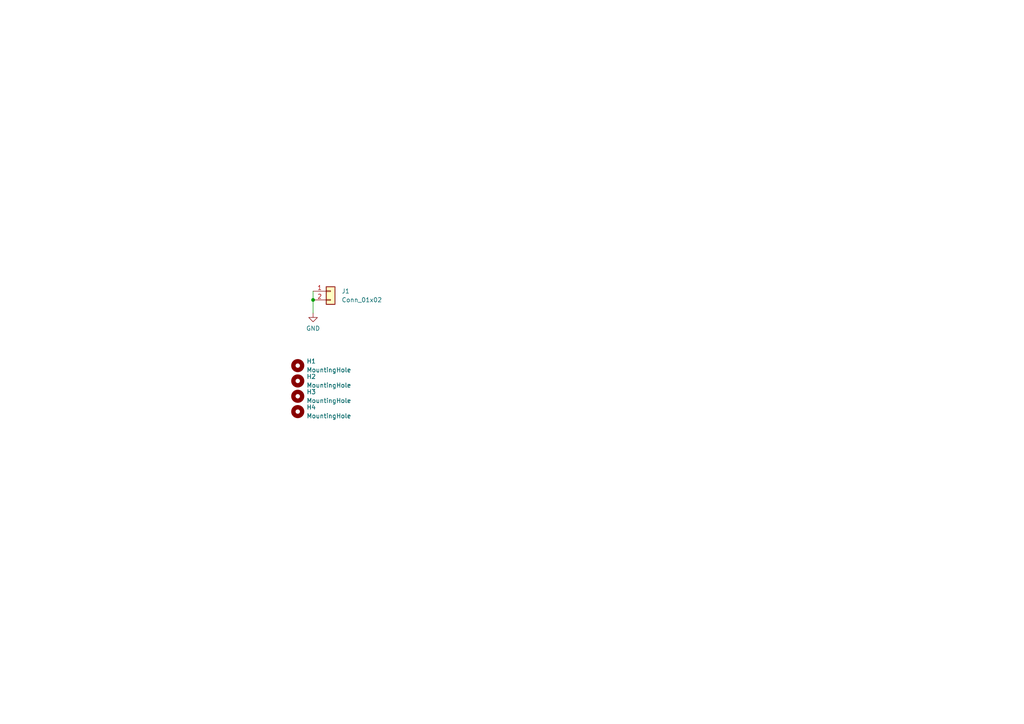
<source format=kicad_sch>
(kicad_sch (version 20211123) (generator eeschema)
  (paper "A4")
  (lib_symbols
    (symbol "Connector_Generic:Conn_01x02" (pin_names (offset 1.016) hide)
      (property "Reference" "J" (at 0 2.54 0))
      (property "Value" "Conn_01x02" (at 0 -5.08 0))
      (symbol "Conn_01x02_1_1"
        (rectangle (start -1.27 -2.413) (end 0 -2.667) (stroke (width 0.1524)))
        (rectangle (start -1.27 0.127) (end 0 -0.127) (stroke (width 0.1524)))
        (rectangle (start -1.27 1.27) (end 1.27 -3.81) (stroke (width 0.254)) (fill (type background)))
        (pin passive line (at -5.08 0 0) (length 3.81) (name "Pin_1") (number "1"))
        (pin passive line (at -5.08 -2.54 0) (length 3.81) (name "Pin_2") (number "2"))
      )
    )
    (symbol "Mechanical:MountingHole" (pin_names (offset 1.016))
      (property "Reference" "H" (at 0 5.08 0))
      (property "Value" "MountingHole" (at 0 3.175 0))
      (symbol "MountingHole_0_1"
        (circle (center 0 0) (radius 1.27) (stroke (width 1.27)))
      )
    )
    (symbol "power:GND" (power) (pin_names (offset 0))
      (property "Value" "GND" (at 0 -3.81 0))
      (symbol "GND_0_1"
        (polyline (pts (xy 0 0) (xy 0 -1.27) (xy 1.27 -1.27) (xy 0 -2.54) (xy -1.27 -1.27) (xy 0 -1.27)))
      )
      (symbol "GND_1_1"
        (pin power_in line (at 0 0 270) (length 0) hide (name "GND") (number "1"))
      )
    )
  )
  (junction (at 90.805 86.995))
  (wire (pts (xy 90.805 84.455) (xy 90.805 86.995)))
  (wire (pts (xy 90.805 86.995) (xy 90.805 90.805)))
  (symbol (lib_id "Mechanical:MountingHole") (at 86.36 110.49 0) (unit 1)
    (property "Reference" "H2" (at 88.9 109.2199 0) (effects (justify left)))
    (property "Value" "MountingHole" (at 88.9 111.7599 0) (effects (justify left)))
    (property "Footprint" "MountingHole:MountingHole_4.5mm" (effects hide))
  )
  (symbol (lib_id "Connector_Generic:Conn_01x02") (at 95.885 84.455 0) (unit 1)
    (property "Reference" "J1" (at 99.06 84.4549 0) (effects (justify left)))
    (property "Value" "Conn_01x02" (at 99.06 86.9949 0) (effects (justify left)))
    (property "Footprint" "Connector_PinHeader_2.54mm:PinHeader_1x02_P2.54mm_Vertical" (effects hide))
  )
  (symbol (lib_id "Mechanical:MountingHole") (at 86.36 106.045 0) (unit 1)
    (property "Reference" "H1" (at 88.9 104.7749 0) (effects (justify left)))
    (property "Value" "MountingHole" (at 88.9 107.3149 0) (effects (justify left)))
    (property "Footprint" "MountingHole:MountingHole_4.5mm" (effects hide))
  )
  (symbol (lib_id "Mechanical:MountingHole") (at 86.36 114.935 0) (unit 1)
    (property "Reference" "H3" (at 88.9 113.6649 0) (effects (justify left)))
    (property "Value" "MountingHole" (at 88.9 116.2049 0) (effects (justify left)))
    (property "Footprint" "MountingHole:MountingHole_4.5mm" (effects hide))
  )
  (symbol (lib_id "power:GND") (at 90.805 90.805 0) (unit 1)
    (property "Reference" "#PWR01" (effects hide))
    (property "Value" "GND" (at 90.805 95.25 0))
  )
  (symbol (lib_id "Mechanical:MountingHole") (at 86.36 119.38 0) (unit 1)
    (property "Reference" "H4" (at 88.9 118.1099 0) (effects (justify left)))
    (property "Value" "MountingHole" (at 88.9 120.6499 0) (effects (justify left)))
    (property "Footprint" "MountingHole:MountingHole_4.5mm" (effects hide))
  )
)
</source>
